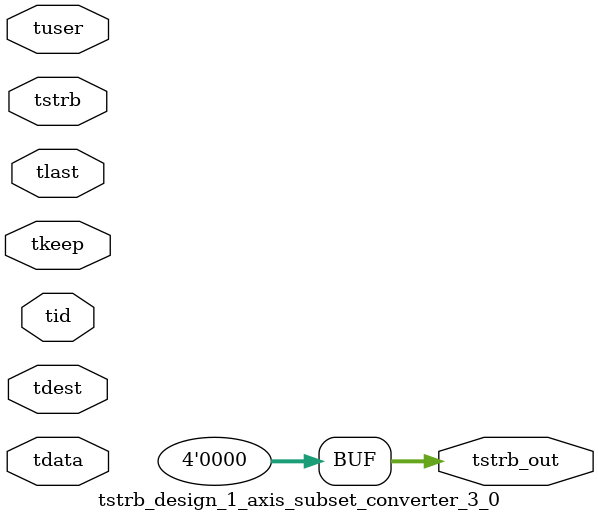
<source format=v>


`timescale 1ps/1ps

module tstrb_design_1_axis_subset_converter_3_0 #
(
parameter C_S_AXIS_TDATA_WIDTH = 32,
parameter C_S_AXIS_TUSER_WIDTH = 0,
parameter C_S_AXIS_TID_WIDTH   = 0,
parameter C_S_AXIS_TDEST_WIDTH = 0,
parameter C_M_AXIS_TDATA_WIDTH = 32
)
(
input  [(C_S_AXIS_TDATA_WIDTH == 0 ? 1 : C_S_AXIS_TDATA_WIDTH)-1:0     ] tdata,
input  [(C_S_AXIS_TUSER_WIDTH == 0 ? 1 : C_S_AXIS_TUSER_WIDTH)-1:0     ] tuser,
input  [(C_S_AXIS_TID_WIDTH   == 0 ? 1 : C_S_AXIS_TID_WIDTH)-1:0       ] tid,
input  [(C_S_AXIS_TDEST_WIDTH == 0 ? 1 : C_S_AXIS_TDEST_WIDTH)-1:0     ] tdest,
input  [(C_S_AXIS_TDATA_WIDTH/8)-1:0 ] tkeep,
input  [(C_S_AXIS_TDATA_WIDTH/8)-1:0 ] tstrb,
input                                                                    tlast,
output [(C_M_AXIS_TDATA_WIDTH/8)-1:0 ] tstrb_out
);

assign tstrb_out = {1'b0};

endmodule


</source>
